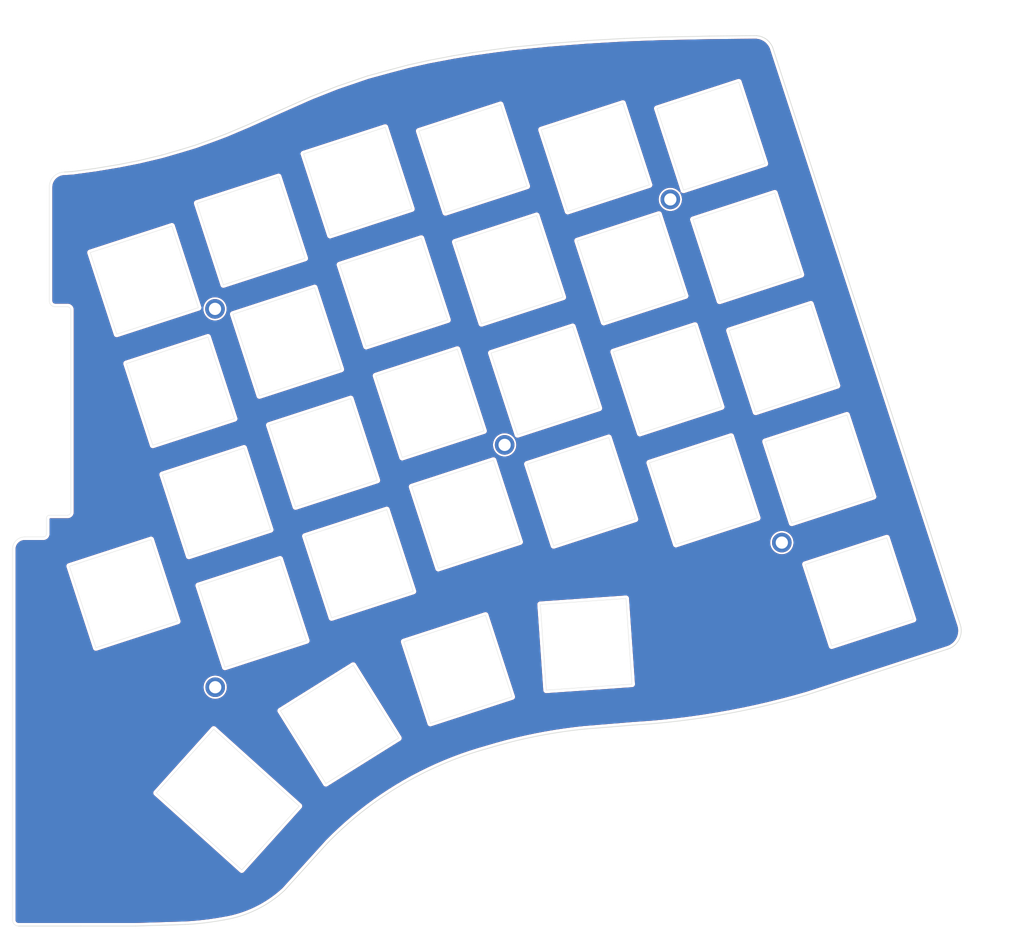
<source format=kicad_pcb>
(kicad_pcb (version 20211014) (generator pcbnew)
  (layers (0 "F.Cu" signal) (31 "B.Cu" signal) (34 "B.Paste" user) (35 "F.Paste" user) (36 "B.SilkS" user "B.Silkscreen") (37 "F.SilkS" user "F.Silkscreen") (38 "B.Mask" user) (39 "F.Mask" user) (44 "Edge.Cuts" user))
  (net 0 "")
  (footprint "" (layer "F.Cu") (at 199.106942 109.475262 18)
    (fp_text reference "" (at 0 0 18) (layer "F.SilkS") (effects (font (size 1.27 1.27))))
    (fp_text value "" (at 0 0 18) (layer "F.SilkS") (effects (font (size 1.27 1.27))))
    (pad "" thru_hole circle (at 0 0 90) (size 3.2 3.2) (drill 2) (layers *.Cu *.Mask "Dwgs.User") (clearance 0.3))
  )
  (footprint "" (layer "F.Cu") (at 153.864738 93.528273 18)
    (fp_text reference "" (at 0 0 18) (layer "F.SilkS") (effects (font (size 1.27 1.27))))
    (fp_text value "" (at 0 0 18) (layer "F.SilkS") (effects (font (size 1.27 1.27))))
    (pad "" thru_hole circle (at 0 0 90) (size 3.2 3.2) (drill 2) (layers *.Cu *.Mask "Dwgs.User") (clearance 0.3))
  )
  (footprint "" (layer "F.Cu") (at 106.591784 71.33127 18)
    (fp_text reference "" (at 0 0 18) (layer "F.SilkS") (effects (font (size 1.27 1.27))))
    (fp_text value "" (at 0 0 18) (layer "F.SilkS") (effects (font (size 1.27 1.27))))
    (pad "" thru_hole circle (at 0 0 90) (size 3.2 3.2) (drill 2) (layers *.Cu *.Mask "Dwgs.User") (clearance 0.3))
  )
  (footprint "" (layer "F.Cu") (at 106.625043 133.080726 18)
    (fp_text reference "" (at 0 0 18) (layer "F.SilkS") (effects (font (size 1.27 1.27))))
    (fp_text value "" (at 0 0 18) (layer "F.SilkS") (effects (font (size 1.27 1.27))))
    (pad "" thru_hole circle (at 0 0 90) (size 3.2 3.2) (drill 2) (layers *.Cu *.Mask "Dwgs.User") (clearance 0.3))
  )
  (footprint "" (layer "F.Cu") (at 180.906998 53.461602 18)
    (fp_text reference "" (at 0 0 18) (layer "F.SilkS") (effects (font (size 1.27 1.27))))
    (fp_text value "" (at 0 0 18) (layer "F.SilkS") (effects (font (size 1.27 1.27))))
    (pad "" thru_hole circle (at 0 0 90) (size 3.2 3.2) (drill 2) (layers *.Cu *.Mask "Dwgs.User") (clearance 0.3))
  )
  (gr_arc (start 83.031374 104.495089) (mid 82.884922 104.848629) (end 82.531374 104.995089) (layer "Edge.Cuts") (width 0.05))
  (gr_line (start 126.487478 35.006879) (end 131.508224 33.29775) (layer "Edge.Cuts") (width 0.099999))
  (gr_line (start 119.741198 103.629938) (end 133.055989 99.303699) (layer "Edge.Cuts") (width 0.05))
  (gr_line (start 155.101684 28.62006) (end 161.306537 28.011281) (layer "Edge.Cuts") (width 0.099999))
  (gr_line (start 120.327632 152.48589) (end 110.959804 162.889918) (layer "Edge.Cuts") (width 0.05))
  (gr_line (start 195.572034 26.827941) (end 195.978435 26.980345) (layer "Edge.Cuts") (width 0.099999))
  (gr_line (start 152.02774 96.045642) (end 138.712948 100.371882) (layer "Edge.Cuts") (width 0.05))
  (gr_line (start 159.695301 119.580808) (end 173.661198 118.604217) (layer "Edge.Cuts") (width 0.05))
  (gr_line (start 129.147459 129.506404) (end 136.566329 141.379078) (layer "Edge.Cuts") (width 0.05))
  (gr_line (start 111.320063 94.049301) (end 98.005271 98.375541) (layer "Edge.Cuts") (width 0.05))
  (gr_arc (start 74.531374 172.065138) (mid 73.82429 171.772238) (end 73.531374 171.065138) (layer "Edge.Cuts") (width 0.05))
  (gr_line (start 179.187532 26.974359) (end 187.314718 26.803433) (layer "Edge.Cuts") (width 0.099999))
  (gr_line (start 167.389144 27.53407) (end 173.349475 27.188434) (layer "Edge.Cuts") (width 0.099999))
  (gr_line (start 121.301733 108.432771) (end 125.62797 121.747563) (layer "Edge.Cuts") (width 0.05))
  (gr_line (start 220.5598 122.016792) (end 216.233564 108.701999) (layer "Edge.Cuts") (width 0.05))
  (gr_line (start 155.063114 134.644209) (end 150.736878 121.329416) (layer "Edge.Cuts") (width 0.05))
  (gr_line (start 159.078232 56.097728) (end 145.76344 60.423968) (layer "Edge.Cuts") (width 0.05))
  (gr_line (start 126.939401 64.136627) (end 131.265638 77.451419) (layer "Edge.Cuts") (width 0.05))
  (gr_line (start 90.55796 75.455079) (end 103.872751 71.12884) (layer "Edge.Cuts") (width 0.05))
  (gr_line (start 92.118496 80.257911) (end 96.444733 93.572703) (layer "Edge.Cuts") (width 0.05))
  (gr_line (start 153.191459 37.980104) (end 139.876667 42.306344) (layer "Edge.Cuts") (width 0.05))
  (gr_line (start 171.612551 78.332253) (end 175.938788 91.647045) (layer "Edge.Cuts") (width 0.05))
  (gr_line (start 138.693656 55.007556) (end 134.36742 41.692763) (layer "Edge.Cuts") (width 0.05))
  (gr_line (start 196.401851 92.978785) (end 200.728088 106.293577) (layer "Edge.Cuts") (width 0.05))
  (gr_line (start 184.927343 74.006013) (end 171.612551 78.332253) (layer "Edge.Cuts") (width 0.05))
  (gr_line (start 150.089677 73.73876) (end 163.404468 69.412521) (layer "Edge.Cuts") (width 0.05))
  (gr_arc (start 80.531374 70.991089) (mid 79.824272 70.698192) (end 79.531374 69.991089) (layer "Edge.Cuts") (width 0.05))
  (gr_line (start 165.725776 60.214623) (end 170.052013 73.529415) (layer "Edge.Cuts") (width 0.05))
  (gr_line (start 100.941268 45.347927) (end 103.329373 44.624937) (layer "Edge.Cuts") (width 0.099999))
  (gr_line (start 177.499323 96.449878) (end 181.82556 109.76467) (layer "Edge.Cuts") (width 0.05))
  (gr_line (start 111.974799 41.257874) (end 115.975566 39.459065) (layer "Edge.Cuts") (width 0.099999))
  (gr_line (start 151.650215 78.541598) (end 155.976452 91.85639) (layer "Edge.Cuts") (width 0.05))
  (gr_line (start 160.671892 133.546705) (end 159.695301 119.580808) (layer "Edge.Cuts") (width 0.05))
  (gr_line (start 105.433288 75.931671) (end 92.118496 80.257911) (layer "Edge.Cuts") (width 0.05))
  (gr_line (start 144.580429 73.12518) (end 140.254193 59.810387) (layer "Edge.Cuts") (width 0.05))
  (gr_line (start 183.067768 51.940698) (end 196.382559 47.614459) (layer "Edge.Cuts") (width 0.05))
  (gr_line (start 181.82556 109.76467) (end 195.140351 105.438431) (layer "Edge.Cuts") (width 0.05))
  (gr_line (start 196.38484 27.183539) (end 196.740462 27.437539) (layer "Edge.Cuts") (width 0.099999))
  (gr_line (start 152.318864 28.976274) (end 155.101684 28.62006) (layer "Edge.Cuts") (width 0.099999))
  (gr_arc (start 125.022364 158.450162) (mid 137.018939 149.037449) (end 151.057995 143.085829) (layer "Edge.Cuts") (width 0.1))
  (gr_line (start 106.384377 139.931329) (end 120.327632 152.48589) (layer "Edge.Cuts") (width 0.05))
  (gr_line (start 207.245009 126.343031) (end 220.5598 122.016792) (layer "Edge.Cuts") (width 0.05))
  (gr_arc (start 79.531374 51.491089) (mid 80.263602 49.723309) (end 82.031374 48.991089) (layer "Edge.Cuts") (width 0.05))
  (gr_arc (start 73.531374 110.551089) (mid 74.117151 109.136866) (end 75.531374 108.551089) (layer "Edge.Cuts") (width 0.05))
  (gr_line (start 115.646299 107.364094) (end 111.320063 94.049301) (layer "Edge.Cuts") (width 0.05))
  (gr_line (start 84.701037 172.065137) (end 74.531374 172.065138) (layer "Edge.Cuts") (width 0.1))
  (gr_line (start 102.331508 111.690333) (end 115.646299 107.364094) (layer "Edge.Cuts") (width 0.05))
  (gr_line (start 195.140351 105.438431) (end 190.814115 92.123638) (layer "Edge.Cuts") (width 0.05))
  (gr_line (start 121.282441 63.068445) (end 116.956205 49.753652) (layer "Edge.Cuts") (width 0.05))
  (gr_arc (start 108.05244 171.061298) (mid 104.897905 171.538979) (end 101.719038 171.811137) (layer "Edge.Cuts") (width 0.1))
  (gr_line (start 148.652283 29.491976) (end 152.318864 28.976274) (layer "Edge.Cuts") (width 0.099999))
  (gr_line (start 203.829871 70.53492) (end 190.515079 74.86116) (layer "Edge.Cuts") (width 0.05))
  (gr_line (start 137.422086 125.655656) (end 141.748323 138.970448) (layer "Edge.Cuts") (width 0.05))
  (gr_line (start 159.839003 42.096999) (end 164.16524 55.411791) (layer "Edge.Cuts") (width 0.05))
  (gr_arc (start 79.079374 105.495089) (mid 79.22583 105.141545) (end 79.579374 104.995089) (layer "Edge.Cuts") (width 0.05))
  (gr_line (start 108.21828 129.807958) (end 121.533071 125.481719) (layer "Edge.Cuts") (width 0.05))
  (gr_line (start 221.151143 101.076446) (end 228.234409 122.876499) (layer "Edge.Cuts") (width 0.1))
  (gr_line (start 98.005271 98.375541) (end 102.331508 111.690333) (layer "Edge.Cuts") (width 0.05))
  (gr_line (start 138.712948 100.371882) (end 143.039185 113.686674) (layer "Edge.Cuts") (width 0.05))
  (gr_line (start 175.938788 91.647045) (end 189.253579 87.320806) (layer "Edge.Cuts") (width 0.05))
  (gr_line (start 169.291243 87.530151) (end 164.965007 74.215358) (layer "Edge.Cuts") (width 0.05))
  (gr_line (start 96.145822 108.994887) (end 82.83103 113.321127) (layer "Edge.Cuts") (width 0.05))
  (gr_line (start 216.233564 108.701999) (end 202.918772 113.028239) (layer "Edge.Cuts") (width 0.05))
  (gr_line (start 110.959804 162.889918) (end 97.016549 150.335357) (layer "Edge.Cuts") (width 0.05))
  (gr_line (start 196.994427 27.691545) (end 197.248456 27.996339) (layer "Edge.Cuts") (width 0.099999))
  (gr_line (start 140.254193 59.810387) (end 126.939401 64.136627) (layer "Edge.Cuts") (width 0.05))
  (gr_line (start 197.248456 27.996339) (end 197.451611 28.301141) (layer "Edge.Cuts") (width 0.099999))
  (gr_line (start 119.727158 37.796475) (end 122.228232 36.688084) (layer "Edge.Cuts") (width 0.099999))
  (gr_line (start 145.620288 29.984411) (end 148.652283 29.491976) (layer "Edge.Cuts") (width 0.099999))
  (gr_line (start 187.314718 26.803433) (end 192.269078 26.748854) (layer "Edge.Cuts") (width 0.099999))
  (gr_line (start 109.759524 89.246464) (end 105.433288 75.931671) (layer "Edge.Cuts") (width 0.05))
  (gr_line (start 190.515079 74.86116) (end 194.841316 88.175952) (layer "Edge.Cuts") (width 0.05))
  (gr_arc (start 79.079374 108.051089) (mid 78.932918 108.404633) (end 78.579374 108.551089) (layer "Edge.Cuts") (width 0.05))
  (gr_line (start 132.826176 82.254257) (end 137.152413 95.569049) (layer "Edge.Cuts") (width 0.05))
  (gr_line (start 101.719038 171.811137) (end 93.591035 172.065138) (layer "Edge.Cuts") (width 0.1))
  (gr_line (start 124.693655 148.797948) (end 117.274785 136.925274) (layer "Edge.Cuts") (width 0.05))
  (gr_line (start 161.863224 109.974015) (end 175.178015 105.647776) (layer "Edge.Cuts") (width 0.05))
  (gr_line (start 202.918772 113.028239) (end 207.245009 126.343031) (layer "Edge.Cuts") (width 0.05))
  (gr_line (start 90.989461 47.746211) (end 94.143718 47.122208) (layer "Edge.Cuts") (width 0.099999))
  (gr_line (start 73.531374 110.551089) (end 73.531374 171.065138) (layer "Edge.Cuts") (width 0.05))
  (gr_line (start 203.317981 134.289583) (end 221.435608 128.402806) (layer "Edge.Cuts") (width 0.1))
  (gr_line (start 133.055989 99.303699) (end 128.729753 85.988906) (layer "Edge.Cuts") (width 0.05))
  (gr_line (start 135.283088 32.269735) (end 138.051948 31.532779) (layer "Edge.Cuts") (width 0.099999))
  (gr_line (start 79.531374 69.991089) (end 79.531374 51.491089) (layer "Edge.Cuts") (width 0.05))
  (gr_line (start 197.943096 52.41729) (end 184.628304 56.74353) (layer "Edge.Cuts") (width 0.05))
  (gr_line (start 197.451611 28.301141) (end 197.604047 28.60594) (layer "Edge.Cuts") (width 0.099999))
  (gr_line (start 122.228232 36.688084) (end 124.357856 35.84748) (layer "Edge.Cuts") (width 0.099999))
  (gr_line (start 145.76344 60.423968) (end 150.089677 73.73876) (layer "Edge.Cuts") (width 0.05))
  (gr_line (start 157.536987 96.659223) (end 161.863224 109.974015) (layer "Edge.Cuts") (width 0.05))
  (gr_line (start 125.378865 59.333795) (end 138.693656 55.007556) (layer "Edge.Cuts") (width 0.05))
  (gr_line (start 141.455392 30.772555) (end 145.620288 29.984411) (layer "Edge.Cuts") (width 0.099999))
  (gr_line (start 144.202904 55.621136) (end 157.517695 51.294897) (layer "Edge.Cuts") (width 0.05))
  (gr_line (start 175.178015 105.647776) (end 170.851779 92.332983) (layer "Edge.Cuts") (width 0.05))
  (gr_line (start 83.031374 71.491089) (end 83.031374 104.495089) (layer "Edge.Cuts") (width 0.05))
  (gr_line (start 157.517695 51.294897) (end 153.191459 37.980104) (layer "Edge.Cuts") (width 0.05))
  (gr_line (start 79.079374 105.495089) (end 79.079374 108.051089) (layer "Edge.Cuts") (width 0.05))
  (gr_line (start 184.628304 56.74353) (end 188.954541 70.058322) (layer "Edge.Cuts") (width 0.05))
  (gr_line (start 195.978435 26.980345) (end 196.38484 27.183539) (layer "Edge.Cuts") (width 0.099999))
  (gr_line (start 146.140968 77.928017) (end 132.826176 82.254257) (layer "Edge.Cuts") (width 0.05))
  (gr_line (start 194.841316 88.175952) (end 208.156107 83.849713) (layer "Edge.Cuts") (width 0.05))
  (gr_line (start 86.231723 62.140287) (end 90.55796 75.455079) (layer "Edge.Cuts") (width 0.05))
  (gr_line (start 99.546515 57.814047) (end 86.231723 62.140287) (layer "Edge.Cuts") (width 0.05))
  (gr_arc (start 82.531374 70.991089) (mid 82.884932 71.137531) (end 83.031374 71.491089) (layer "Edge.Cuts") (width 0.05))
  (gr_line (start 125.62797 121.747563) (end 138.942761 117.421324) (layer "Edge.Cuts") (width 0.05))
  (gr_line (start 164.965007 74.215358) (end 151.650215 78.541598) (layer "Edge.Cuts") (width 0.05))
  (gr_line (start 117.206835 112.166926) (end 103.892043 116.493166) (layer "Edge.Cuts") (width 0.05))
  (gr_line (start 192.269078 26.748854) (end 194.962445 26.726339) (layer "Edge.Cuts") (width 0.099999))
  (gr_line (start 97.923233 46.221106) (end 100.941268 45.347927) (layer "Edge.Cuts") (width 0.099999))
  (gr_line (start 115.414961 90.315146) (end 119.741198 103.629938) (layer "Edge.Cuts") (width 0.05))
  (gr_line (start 94.143718 47.122208) (end 97.923233 46.221106) (layer "Edge.Cuts") (width 0.099999))
  (gr_line (start 131.265638 77.451419) (end 144.580429 73.12518) (layer "Edge.Cuts") (width 0.05))
  (gr_line (start 150.736878 121.329416) (end 137.422086 125.655656) (layer "Edge.Cuts") (width 0.05))
  (gr_line (start 100.472058 122.30968) (end 96.145822 108.994887) (layer "Edge.Cuts") (width 0.05))
  (gr_line (start 127.169214 81.186069) (end 122.842978 67.871276) (layer "Edge.Cuts") (width 0.05))
  (gr_line (start 197.604047 28.60594) (end 221.151143 101.076446) (layer "Edge.Cuts") (width 0.1))
  (gr_line (start 192.056323 34.299666) (end 178.741531 38.625906) (layer "Edge.Cuts") (width 0.05))
  (gr_line (start 183.366804 69.203176) (end 179.040568 55.888383) (layer "Edge.Cuts") (width 0.05))
  (gr_line (start 155.976452 91.85639) (end 169.291243 87.530151) (layer "Edge.Cuts") (width 0.05))
  (gr_line (start 136.566329 141.379078) (end 124.693655 148.797948) (layer "Edge.Cuts") (width 0.05))
  (gr_line (start 170.052013 73.529415) (end 183.366804 69.203176) (layer "Edge.Cuts") (width 0.05))
  (gr_line (start 109.528186 72.197516) (end 113.854423 85.512308) (layer "Edge.Cuts") (width 0.05))
  (gr_line (start 78.579374 108.551089) (end 75.531374 108.551089) (layer "Edge.Cuts") (width 0.05))
  (gr_line (start 177.480031 51.085552) (end 173.153795 37.770759) (layer "Edge.Cuts") (width 0.05))
  (gr_line (start 131.508224 33.29775) (end 135.283088 32.269735) (layer "Edge.Cuts") (width 0.099999))
  (gr_line (start 82.531374 104.995089) (end 79.579374 104.995089) (layer "Edge.Cuts") (width 0.05))
  (gr_line (start 188.954541 70.058322) (end 202.269332 65.732083) (layer "Edge.Cuts") (width 0.05))
  (gr_line (start 178.741531 38.625906) (end 183.067768 51.940698) (layer "Edge.Cuts") (width 0.05))
  (gr_line (start 143.039185 113.686674) (end 156.353976 109.360435) (layer "Edge.Cuts") (width 0.05))
  (gr_arc (start 117.95844 166.235299) (mid 113.364359 169.38503) (end 108.05244 171.061298) (layer "Edge.Cuts") (width 0.1))
  (gr_line (start 173.349475 27.188434) (end 179.187532 26.974359) (layer "Edge.Cuts") (width 0.099999))
  (gr_line (start 82.83103 113.321127) (end 87.157267 126.635919) (layer "Edge.Cuts") (width 0.05))
  (gr_line (start 103.329373 44.624937) (end 106.088911 43.634148) (layer "Edge.Cuts") (width 0.099999))
  (gr_line (start 214.042879 101.967338) (end 209.716643 88.652545) (layer "Edge.Cuts") (width 0.05))
  (gr_line (start 121.533071 125.481719) (end 117.206835 112.166926) (layer "Edge.Cuts") (width 0.05))
  (gr_line (start 161.306537 28.011281) (end 167.389144 27.53407) (layer "Edge.Cuts") (width 0.099999))
  (gr_line (start 209.716643 88.652545) (end 196.401851 92.978785) (layer "Edge.Cuts") (width 0.05))
  (gr_line (start 134.36742 41.692763) (end 121.052628 46.019003) (layer "Edge.Cuts") (width 0.05))
  (gr_line (start 173.153795 37.770759) (end 159.839003 42.096999) (layer "Edge.Cuts") (width 0.05))
  (gr_line (start 83.280231 48.918493) (end 87.073724 48.398139) (layer "Edge.Cuts") (width 0.099999))
  (gr_arc (start 228.234409 122.876499) (mid 228.036059 125.306359) (end 226.162931 126.866807) (layer "Edge.Cuts") (width 0.1))
  (gr_arc (start 203.317981 134.289583) (mid 190.705352 137.306176) (end 177.854569 139.048489) (layer "Edge.Cuts") (width 0.1))
  (gr_line (start 93.591035 172.065138) (end 84.701037 172.065137) (layer "Edge.Cuts") (width 0.1))
  (gr_line (start 200.728088 106.293577) (end 214.042879 101.967338) (layer "Edge.Cuts") (width 0.05))
  (gr_line (start 194.962445 26.726339) (end 195.572034 26.827941) (layer "Edge.Cuts") (width 0.099999))
  (gr_line (start 141.748323 138.970448) (end 155.063114 134.644209) (layer "Edge.Cuts") (width 0.05))
  (gr_line (start 163.404468 69.412521) (end 159.078232 56.097728) (layer "Edge.Cuts") (width 0.05))
  (gr_line (start 115.975566 39.459065) (end 119.727158 37.796475) (layer "Edge.Cuts") (width 0.099999))
  (gr_line (start 82.031374 48.991089) (end 83.280231 48.918493) (layer "Edge.Cuts") (width 0.099999))
  (gr_line (start 96.444733 93.572703) (end 109.759524 89.246464) (layer "Edge.Cuts") (width 0.05))
  (gr_line (start 128.729753 85.988906) (end 115.414961 90.315146) (layer "Edge.Cuts") (width 0.05))
  (gr_arc (start 151.057995 143.085829) (mid 158.918497 141.114292) (end 166.932566 139.91049) (layer "Edge.Cuts") (width 0.1))
  (gr_line (start 189.253579 87.320806) (end 184.927343 74.006013) (layer "Edge.Cuts") (width 0.05))
  (gr_line (start 174.679394 139.273175) (end 166.932566 139.91049) (layer "Edge.Cuts") (width 0.1))
  (gr_line (start 196.740462 27.437539) (end 196.994427 27.691545) (layer "Edge.Cuts") (width 0.099999))
  (gr_line (start 117.274785 136.925274) (end 129.147459 129.506404) (layer "Edge.Cuts") (width 0.05))
  (gr_line (start 103.641413 54.079892) (end 107.96765 67.394684) (layer "Edge.Cuts") (width 0.05))
  (gr_line (start 208.156107 83.849713) (end 203.829871 70.53492) (layer "Edge.Cuts") (width 0.05))
  (gr_line (start 87.073724 48.398139) (end 90.989461 47.746211) (layer "Edge.Cuts") (width 0.099999))
  (gr_line (start 190.814115 92.123638) (end 177.499323 96.449878) (layer "Edge.Cuts") (width 0.05))
  (gr_line (start 174.637789 132.570114) (end 160.671892 133.546705) (layer "Edge.Cuts") (width 0.05))
  (gr_line (start 179.040568 55.888383) (end 165.725776 60.214623) (layer "Edge.Cuts") (width 0.05))
  (gr_line (start 174.679394 139.273175) (end 177.854569 139.048489) (layer "Edge.Cuts") (width 0.099999))
  (gr_line (start 139.876667 42.306344) (end 144.202904 55.621136) (layer "Edge.Cuts") (width 0.05))
  (gr_line (start 113.854423 85.512308) (end 127.169214 81.186069) (layer "Edge.Cuts") (width 0.05))
  (gr_line (start 202.269332 65.732083) (end 197.943096 52.41729) (layer "Edge.Cuts") (width 0.05))
  (gr_line (start 103.872751 71.12884) (end 99.546515 57.814047) (layer "Edge.Cuts") (width 0.05))
  (gr_line (start 150.467204 91.24281) (end 146.140968 77.928017) (layer "Edge.Cuts") (width 0.05))
  (gr_line (start 170.851779 92.332983) (end 157.536987 96.659223) (layer "Edge.Cuts") (width 0.05))
  (gr_line (start 116.956205 49.753652) (end 103.641413 54.079892) (layer "Edge.Cuts") (width 0.05))
  (gr_line (start 107.96765 67.394684) (end 121.282441 63.068445) (layer "Edge.Cuts") (width 0.05))
  (gr_line (start 97.016549 150.335357) (end 106.384377 139.931329) (layer "Edge.Cuts") (width 0.05))
  (gr_line (start 125.022364 158.450162) (end 117.95844 166.235299) (layer "Edge.Cuts") (width 0.1))
  (gr_line (start 87.157267 126.635919) (end 100.472058 122.30968) (layer "Edge.Cuts") (width 0.05))
  (gr_line (start 156.353976 109.360435) (end 152.02774 96.045642) (layer "Edge.Cuts") (width 0.05))
  (gr_line (start 164.16524 55.411791) (end 177.480031 51.085552) (layer "Edge.Cuts") (width 0.05))
  (gr_line (start 124.357856 35.84748) (end 126.487478 35.006879) (layer "Edge.Cuts") (width 0.099999))
  (gr_line (start 121.052628 46.019003) (end 125.378865 59.333795) (layer "Edge.Cuts") (width 0.05))
  (gr_line (start 108.345464 42.788895) (end 111.974799 41.257874) (layer "Edge.Cuts") (width 0.099999))
  (gr_line (start 80.531374 70.991089) (end 82.531374 70.991089) (layer "Edge.Cuts") (width 0.05))
  (gr_line (start 103.892043 116.493166) (end 108.21828 129.807958) (layer "Edge.Cuts") (width 0.05))
  (gr_line (start 106.088911 43.634148) (end 108.345464 42.788895) (layer "Edge.Cuts") (width 0.099999))
  (gr_line (start 122.842978 67.871276) (end 109.528186 72.197516) (layer "Edge.Cuts") (width 0.05))
  (gr_line (start 196.382559 47.614459) (end 192.056323 34.299666) (layer "Edge.Cuts") (width 0.05))
  (gr_line (start 138.051948 31.532779) (end 141.455392 30.772555) (layer "Edge.Cuts") (width 0.099999))
  (gr_line (start 138.942761 117.421324) (end 134.616525 104.106531) (layer "Edge.Cuts") (width 0.05))
  (gr_line (start 221.435608 128.402806) (end 226.162931 126.866807) (layer "Edge.Cuts") (width 0.1))
  (gr_line (start 137.152413 95.569049) (end 150.467204 91.24281) (layer "Edge.Cuts") (width 0.05))
  (gr_line (start 173.661198 118.604217) (end 174.637789 132.570114) (layer "Edge.Cuts") (width 0.05))
  (gr_line (start 134.616525 104.106531) (end 121.301733 108.432771) (layer "Edge.Cuts") (width 0.05))
  (zone (net 0) (net_name "") (layers F&B.Cu) (connect_pads (clearance 0.508)) (min_thickness 0.254) (fill yes (thermal_gap 0.508) (thermal_bridge_width 0.508))
    (polygon (pts (xy 238.631374 132.834839) (xy 142.619374 149.159089) (xy 114.679374 173.543089) (xy 71.499374 175.321089) (xy 72.007374 47.305089) (xy 96.645374 42.733089) (xy 117.981374 32.573089) (xy 149.985374 24.191089) (xy 201.325125 20.916089)))
  )
)
</source>
